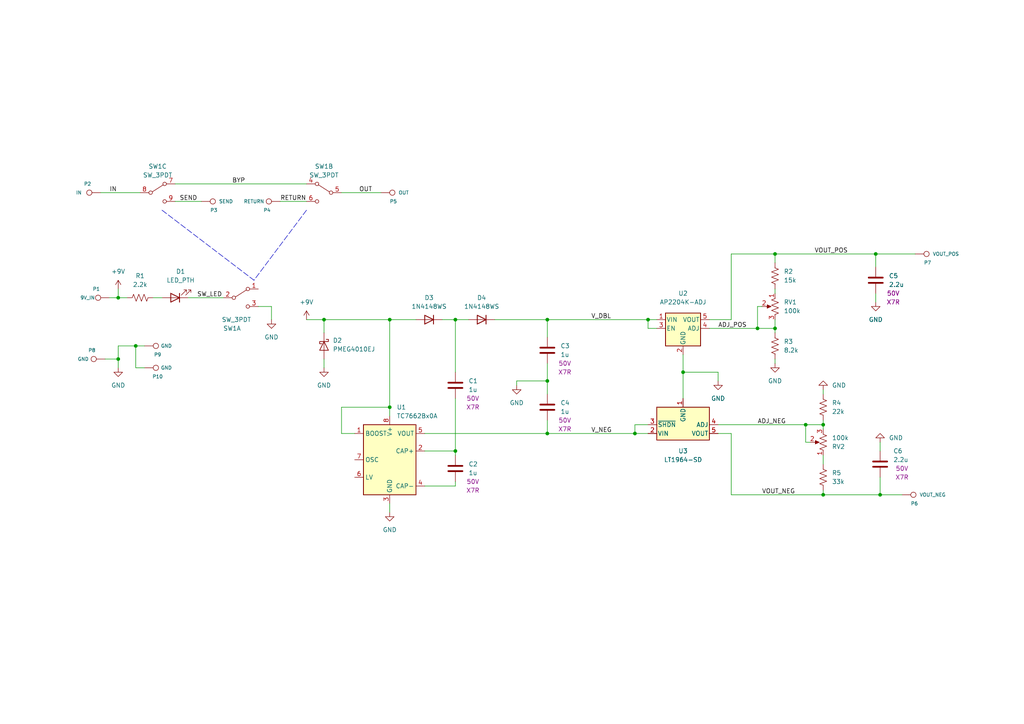
<source format=kicad_sch>
(kicad_sch (version 20211123) (generator eeschema)
  (paper "A4")
  (lib_symbols
    (symbol "BlackBox:LED_PTH" (pin_numbers hide) (pin_names (offset 1.016) hide)
      (property "Reference" "D" (at 0 2.54 0))
      (property "Value" "LED_PTH" (at 0 -2.54 0))
      (symbol "LED_PTH_0_1"
        (polyline (pts (xy -1.27 -1.27) (xy -1.27 1.27)) (stroke (width 0.254)))
        (polyline (pts (xy -1.27 0) (xy 1.27 0)))
        (polyline (pts (xy 1.27 -1.27) (xy 1.27 1.27) (xy -1.27 0) (xy 1.27 -1.27)) (stroke (width 0.254)))
        (polyline (pts (xy -3.048 -0.762) (xy -4.572 -2.286) (xy -3.81 -2.286) (xy -4.572 -2.286) (xy -4.572 -1.524)))
        (polyline (pts (xy -1.778 -0.762) (xy -3.302 -2.286) (xy -2.54 -2.286) (xy -3.302 -2.286) (xy -3.302 -1.524)))
      )
      (symbol "LED_PTH_1_1"
        (pin passive line (at -3.81 0 0) (length 2.54) (name "K") (number "1"))
        (pin passive line (at 3.81 0 180) (length 2.54) (name "A") (number "2"))
      )
    )
    (symbol "BlackBox:SW_3PDT" (pin_names (offset 0) hide)
      (property "Reference" "SW" (at 0 4.318 0))
      (property "Value" "SW_3PDT" (at 0 -5.08 0))
      (symbol "SW_3PDT_0_0"
        (circle (center -2.032 0) (radius 0.508))
        (circle (center 2.032 -2.54) (radius 0.508))
      )
      (symbol "SW_3PDT_0_1"
        (polyline (pts (xy -1.524 0.254) (xy 1.651 2.286)))
        (circle (center 2.032 2.54) (radius 0.508))
      )
      (symbol "SW_3PDT_1_1"
        (pin passive line (at 5.08 2.54 180) (length 2.54) (name "A") (number "1"))
        (pin passive line (at -5.08 0 0) (length 2.54) (name "B") (number "2"))
        (pin passive line (at 5.08 -2.54 180) (length 2.54) (name "C") (number "3"))
      )
      (symbol "SW_3PDT_2_1"
        (pin passive line (at 5.08 2.54 180) (length 2.54) (name "A") (number "4"))
        (pin passive line (at -5.08 0 0) (length 2.54) (name "B") (number "5"))
        (pin passive line (at 5.08 -2.54 180) (length 2.54) (name "C") (number "6"))
      )
      (symbol "SW_3PDT_3_1"
        (pin passive line (at 5.08 2.54 180) (length 2.54) (name "A") (number "7"))
        (pin passive line (at -5.08 0 0) (length 2.54) (name "B") (number "8"))
        (pin passive line (at 5.08 -2.54 180) (length 2.54) (name "C") (number "9"))
      )
    )
    (symbol "BlackBox:WirePad_22AWG" (pin_numbers hide) (pin_names (offset 0.762) hide)
      (property "Reference" "P" (at -3.81 2.54 0))
      (property "Value" "WirePad_22AWG" (at -11.43 0 0))
      (symbol "WirePad_22AWG_0_1"
        (circle (center -3.302 0) (radius 0.762))
      )
      (symbol "WirePad_22AWG_1_1"
        (pin passive line (at 0 0 180) (length 2.54) (name "1") (number "1"))
      )
    )
    (symbol "Converter_DCDC:TC7662Bx0A"
      (property "Reference" "U" (at -6.35 11.43 0))
      (property "Value" "TC7662Bx0A" (at 7.62 11.43 0))
      (symbol "TC7662Bx0A_0_1"
        (rectangle (start -7.62 10.16) (end 7.62 -10.16) (stroke (width 0.254)) (fill (type background)))
      )
      (symbol "TC7662Bx0A_1_1"
        (pin input line (at -10.16 7.62 0) (length 2.54) (name "BOOST") (number "1"))
        (pin passive line (at 10.16 2.54 180) (length 2.54) (name "CAP+") (number "2"))
        (pin power_in line (at 0 -12.7 90) (length 2.54) (name "GND") (number "3"))
        (pin passive line (at 10.16 -7.62 180) (length 2.54) (name "CAP-") (number "4"))
        (pin power_out line (at 10.16 7.62 180) (length 2.54) (name "VOUT") (number "5"))
        (pin input line (at -10.16 -5.08 0) (length 2.54) (name "LV") (number "6"))
        (pin passive line (at -10.16 0 0) (length 2.54) (name "OSC") (number "7"))
        (pin power_in line (at 0 12.7 270) (length 2.54) (name "V+") (number "8"))
      )
    )
    (symbol "Device:C" (pin_numbers hide) (pin_names (offset 0.254))
      (property "Reference" "C" (at 0.635 2.54 0))
      (property "Value" "C" (at 0.635 -2.54 0))
      (symbol "C_0_1"
        (polyline (pts (xy -2.032 -0.762) (xy 2.032 -0.762)) (stroke (width 0.508)))
        (polyline (pts (xy -2.032 0.762) (xy 2.032 0.762)) (stroke (width 0.508)))
      )
      (symbol "C_1_1"
        (pin passive line (at 0 3.81 270) (length 2.794) (name "~") (number "1"))
        (pin passive line (at 0 -3.81 90) (length 2.794) (name "~") (number "2"))
      )
    )
    (symbol "Device:R_Potentiometer_US" (pin_names (offset 1.016) hide)
      (property "Reference" "RV" (at -4.445 0 90))
      (property "Value" "R_Potentiometer_US" (at -2.54 0 90))
      (symbol "R_Potentiometer_US_0_1"
        (polyline (pts (xy 0 -2.286) (xy 0 -2.54)))
        (polyline (pts (xy 0 2.54) (xy 0 2.286)))
        (polyline (pts (xy 2.54 0) (xy 1.524 0)))
        (polyline (pts (xy 1.143 0) (xy 2.286 0.508) (xy 2.286 -0.508) (xy 1.143 0)) (fill (type outline)))
        (polyline (pts (xy 0 -0.762) (xy 1.016 -1.143) (xy 0 -1.524) (xy -1.016 -1.905) (xy 0 -2.286)))
        (polyline (pts (xy 0 0.762) (xy 1.016 0.381) (xy 0 0) (xy -1.016 -0.381) (xy 0 -0.762)))
        (polyline (pts (xy 0 2.286) (xy 1.016 1.905) (xy 0 1.524) (xy -1.016 1.143) (xy 0 0.762)))
      )
      (symbol "R_Potentiometer_US_1_1"
        (pin passive line (at 0 3.81 270) (length 1.27) (name "1") (number "1"))
        (pin passive line (at 3.81 0 180) (length 1.27) (name "2") (number "2"))
        (pin passive line (at 0 -3.81 90) (length 1.27) (name "3") (number "3"))
      )
    )
    (symbol "Device:R_US" (pin_numbers hide) (pin_names (offset 0))
      (property "Reference" "R" (at 2.54 0 90))
      (property "Value" "R_US" (at -2.54 0 90))
      (symbol "R_US_0_1"
        (polyline (pts (xy 0 -2.286) (xy 0 -2.54)))
        (polyline (pts (xy 0 2.286) (xy 0 2.54)))
        (polyline (pts (xy 0 -0.762) (xy 1.016 -1.143) (xy 0 -1.524) (xy -1.016 -1.905) (xy 0 -2.286)))
        (polyline (pts (xy 0 0.762) (xy 1.016 0.381) (xy 0 0) (xy -1.016 -0.381) (xy 0 -0.762)))
        (polyline (pts (xy 0 2.286) (xy 1.016 1.905) (xy 0 1.524) (xy -1.016 1.143) (xy 0 0.762)))
      )
      (symbol "R_US_1_1"
        (pin passive line (at 0 3.81 270) (length 1.27) (name "~") (number "1"))
        (pin passive line (at 0 -3.81 90) (length 1.27) (name "~") (number "2"))
      )
    )
    (symbol "Diode:1N4148WS" (pin_numbers hide) (pin_names (offset 1.016) hide)
      (property "Reference" "D" (at 0 2.54 0))
      (property "Value" "1N4148WS" (at 0 -2.54 0))
      (symbol "1N4148WS_0_1"
        (polyline (pts (xy -1.27 1.27) (xy -1.27 -1.27)) (stroke (width 0.254)))
        (polyline (pts (xy 1.27 0) (xy -1.27 0)))
        (polyline (pts (xy 1.27 1.27) (xy 1.27 -1.27) (xy -1.27 0) (xy 1.27 1.27)) (stroke (width 0.254)))
      )
      (symbol "1N4148WS_1_1"
        (pin passive line (at -3.81 0 0) (length 2.54) (name "K") (number "1"))
        (pin passive line (at 3.81 0 180) (length 2.54) (name "A") (number "2"))
      )
    )
    (symbol "Diode:PMEG4010EJ" (pin_numbers hide) (pin_names hide)
      (property "Reference" "D" (at 0 2.54 0))
      (property "Value" "PMEG4010EJ" (at 0 -2.54 0))
      (symbol "PMEG4010EJ_0_1"
        (polyline (pts (xy 1.27 0) (xy -1.27 0)))
        (polyline (pts (xy 1.27 1.27) (xy 1.27 -1.27) (xy -1.27 0) (xy 1.27 1.27)) (stroke (width 0.2032)))
        (polyline (pts (xy -1.905 0.635) (xy -1.905 1.27) (xy -1.27 1.27) (xy -1.27 -1.27) (xy -0.635 -1.27) (xy -0.635 -0.635)) (stroke (width 0.2032)))
      )
      (symbol "PMEG4010EJ_1_1"
        (pin passive line (at -3.81 0 0) (length 2.54) (name "K") (number "1"))
        (pin passive line (at 3.81 0 180) (length 2.54) (name "A") (number "2"))
      )
    )
    (symbol "Regulator_Linear:AP2204K-ADJ" (pin_names (offset 0.254))
      (property "Reference" "U" (at -5.08 5.715 0))
      (property "Value" "AP2204K-ADJ" (at 0 5.715 0))
      (symbol "AP2204K-ADJ_0_1"
        (rectangle (start -5.08 4.445) (end 5.08 -5.08) (stroke (width 0.254)) (fill (type background)))
      )
      (symbol "AP2204K-ADJ_1_1"
        (pin power_in line (at -7.62 2.54 0) (length 2.54) (name "VIN") (number "1"))
        (pin power_in line (at 0 -7.62 90) (length 2.54) (name "GND") (number "2"))
        (pin input line (at -7.62 0 0) (length 2.54) (name "EN") (number "3"))
        (pin input line (at 7.62 0 180) (length 2.54) (name "ADJ") (number "4"))
        (pin power_out line (at 7.62 2.54 180) (length 2.54) (name "VOUT") (number "5"))
      )
    )
    (symbol "Regulator_Linear:LT1964-SD" (pin_names (offset 0.254))
      (property "Reference" "U" (at -6.35 -5.715 0))
      (property "Value" "LT1964-SD" (at 0 -5.715 0))
      (symbol "LT1964-SD_0_1"
        (rectangle (start -7.62 5.08) (end 7.62 -4.445) (stroke (width 0.254)) (fill (type background)))
      )
      (symbol "LT1964-SD_1_1"
        (pin power_in line (at 0 7.62 270) (length 2.54) (name "GND") (number "1"))
        (pin power_in line (at -10.16 -2.54 0) (length 2.54) (name "VIN") (number "2"))
        (pin input line (at -10.16 0 0) (length 2.54) (name "~{SHDN}") (number "3"))
        (pin input line (at 10.16 0 180) (length 2.54) (name "ADJ") (number "4"))
        (pin power_out line (at 10.16 -2.54 180) (length 2.54) (name "VOUT") (number "5"))
      )
    )
    (symbol "SW_3PDT_1" (pin_names (offset 0) hide)
      (property "Reference" "SW" (at 0 4.318 0))
      (property "Value" "SW_3PDT_1" (at 0 -5.08 0))
      (symbol "SW_3PDT_1_0_0"
        (circle (center -2.032 0) (radius 0.508))
        (circle (center 2.032 -2.54) (radius 0.508))
      )
      (symbol "SW_3PDT_1_0_1"
        (polyline (pts (xy -1.524 0.254) (xy 1.651 2.286)))
        (circle (center 2.032 2.54) (radius 0.508))
      )
      (symbol "SW_3PDT_1_1_1"
        (pin passive line (at 5.08 2.54 180) (length 2.54) (name "A") (number "1"))
        (pin passive line (at -5.08 0 0) (length 2.54) (name "B") (number "2"))
        (pin passive line (at 5.08 -2.54 180) (length 2.54) (name "C") (number "3"))
      )
      (symbol "SW_3PDT_1_2_1"
        (pin passive line (at 5.08 2.54 180) (length 2.54) (name "A") (number "4"))
        (pin passive line (at -5.08 0 0) (length 2.54) (name "B") (number "5"))
        (pin passive line (at 5.08 -2.54 180) (length 2.54) (name "C") (number "6"))
      )
      (symbol "SW_3PDT_1_3_1"
        (pin passive line (at 5.08 2.54 180) (length 2.54) (name "A") (number "7"))
        (pin passive line (at -5.08 0 0) (length 2.54) (name "B") (number "8"))
        (pin passive line (at 5.08 -2.54 180) (length 2.54) (name "C") (number "9"))
      )
    )
    (symbol "SW_3PDT_2" (pin_names (offset 0) hide)
      (property "Reference" "SW" (at 0 4.318 0))
      (property "Value" "SW_3PDT_2" (at 0 -5.08 0))
      (symbol "SW_3PDT_2_0_0"
        (circle (center -2.032 0) (radius 0.508))
        (circle (center 2.032 -2.54) (radius 0.508))
      )
      (symbol "SW_3PDT_2_0_1"
        (polyline (pts (xy -1.524 0.254) (xy 1.651 2.286)))
        (circle (center 2.032 2.54) (radius 0.508))
      )
      (symbol "SW_3PDT_2_1_1"
        (pin passive line (at 5.08 2.54 180) (length 2.54) (name "A") (number "1"))
        (pin passive line (at -5.08 0 0) (length 2.54) (name "B") (number "2"))
        (pin passive line (at 5.08 -2.54 180) (length 2.54) (name "C") (number "3"))
      )
      (symbol "SW_3PDT_2_2_1"
        (pin passive line (at 5.08 2.54 180) (length 2.54) (name "A") (number "4"))
        (pin passive line (at -5.08 0 0) (length 2.54) (name "B") (number "5"))
        (pin passive line (at 5.08 -2.54 180) (length 2.54) (name "C") (number "6"))
      )
      (symbol "SW_3PDT_2_3_1"
        (pin passive line (at 5.08 2.54 180) (length 2.54) (name "A") (number "7"))
        (pin passive line (at -5.08 0 0) (length 2.54) (name "B") (number "8"))
        (pin passive line (at 5.08 -2.54 180) (length 2.54) (name "C") (number "9"))
      )
    )
    (symbol "WirePad_22AWG_1" (pin_numbers hide) (pin_names (offset 0.762) hide)
      (property "Reference" "P" (at -3.81 2.54 0))
      (property "Value" "WirePad_22AWG_1" (at -11.43 0 0))
      (symbol "WirePad_22AWG_1_0_1"
        (circle (center -3.302 0) (radius 0.762))
      )
      (symbol "WirePad_22AWG_1_1_1"
        (pin passive line (at 0 0 180) (length 2.54) (name "1") (number "1"))
      )
    )
    (symbol "WirePad_22AWG_2" (pin_numbers hide) (pin_names (offset 0.762) hide)
      (property "Reference" "P" (at -3.81 2.54 0))
      (property "Value" "WirePad_22AWG_2" (at -11.43 0 0))
      (symbol "WirePad_22AWG_2_0_1"
        (circle (center -3.302 0) (radius 0.762))
      )
      (symbol "WirePad_22AWG_2_1_1"
        (pin passive line (at 0 0 180) (length 2.54) (name "1") (number "1"))
      )
    )
    (symbol "WirePad_22AWG_3" (pin_numbers hide) (pin_names (offset 0.762) hide)
      (property "Reference" "P" (at -3.81 2.54 0))
      (property "Value" "WirePad_22AWG_3" (at -11.43 0 0))
      (symbol "WirePad_22AWG_3_0_1"
        (circle (center -3.302 0) (radius 0.762))
      )
      (symbol "WirePad_22AWG_3_1_1"
        (pin passive line (at 0 0 180) (length 2.54) (name "1") (number "1"))
      )
    )
    (symbol "WirePad_22AWG_4" (pin_numbers hide) (pin_names (offset 0.762) hide)
      (property "Reference" "P" (at -3.81 2.54 0))
      (property "Value" "WirePad_22AWG_4" (at -11.43 0 0))
      (symbol "WirePad_22AWG_4_0_1"
        (circle (center -3.302 0) (radius 0.762))
      )
      (symbol "WirePad_22AWG_4_1_1"
        (pin passive line (at 0 0 180) (length 2.54) (name "1") (number "1"))
      )
    )
    (symbol "WirePad_22AWG_5" (pin_numbers hide) (pin_names (offset 0.762) hide)
      (property "Reference" "P" (at -3.81 2.54 0))
      (property "Value" "WirePad_22AWG_5" (at -11.43 0 0))
      (symbol "WirePad_22AWG_5_0_1"
        (circle (center -3.302 0) (radius 0.762))
      )
      (symbol "WirePad_22AWG_5_1_1"
        (pin passive line (at 0 0 180) (length 2.54) (name "1") (number "1"))
      )
    )
    (symbol "WirePad_22AWG_6" (pin_numbers hide) (pin_names (offset 0.762) hide)
      (property "Reference" "P" (at -3.81 2.54 0))
      (property "Value" "WirePad_22AWG_6" (at -11.43 0 0))
      (symbol "WirePad_22AWG_6_0_1"
        (circle (center -3.302 0) (radius 0.762))
      )
      (symbol "WirePad_22AWG_6_1_1"
        (pin passive line (at 0 0 180) (length 2.54) (name "1") (number "1"))
      )
    )
    (symbol "power:+9V" (power) (pin_names (offset 0))
      (property "Value" "+9V" (at 0 3.556 0))
      (symbol "+9V_0_1"
        (polyline (pts (xy -0.762 1.27) (xy 0 2.54)))
        (polyline (pts (xy 0 0) (xy 0 2.54)))
        (polyline (pts (xy 0 2.54) (xy 0.762 1.27)))
      )
      (symbol "+9V_1_1"
        (pin power_in line (at 0 0 90) (length 0) hide (name "+9V") (number "1"))
      )
    )
    (symbol "power:GND" (power) (pin_names (offset 0))
      (property "Value" "GND" (at 0 -3.81 0))
      (symbol "GND_0_1"
        (polyline (pts (xy 0 0) (xy 0 -1.27) (xy 1.27 -1.27) (xy 0 -2.54) (xy -1.27 -1.27) (xy 0 -1.27)))
      )
      (symbol "GND_1_1"
        (pin power_in line (at 0 0 270) (length 0) hide (name "GND") (number "1"))
      )
    )
  )
  (junction (at 233.68 123.19))
  (junction (at 224.79 95.25))
  (junction (at 224.79 73.66))
  (junction (at 158.75 92.71))
  (junction (at 132.08 92.71))
  (junction (at 238.76 143.51))
  (junction (at 184.15 125.73))
  (junction (at 132.08 130.81))
  (junction (at 34.29 86.36))
  (junction (at 34.29 104.14))
  (junction (at 158.75 125.73))
  (junction (at 198.12 107.95))
  (junction (at 93.98 92.71))
  (junction (at 238.76 123.19))
  (junction (at 187.96 92.71))
  (junction (at 158.75 110.49))
  (junction (at 113.03 118.11))
  (junction (at 113.03 92.71))
  (junction (at 39.37 100.33))
  (junction (at 255.27 143.51))
  (junction (at 254 73.66))
  (junction (at 219.71 95.25))
  (wire (pts (xy 132.08 115.57) (xy 132.08 130.81)))
  (wire (pts (xy 212.09 125.73) (xy 208.28 125.73)))
  (wire (pts (xy 205.74 95.25) (xy 219.71 95.25)))
  (wire (pts (xy 224.79 95.25) (xy 224.79 96.52)))
  (wire (pts (xy 120.65 92.71) (xy 113.03 92.71)))
  (wire (pts (xy 224.79 92.71) (xy 224.79 95.25)))
  (wire (pts (xy 254 73.66) (xy 265.43 73.66)))
  (wire (pts (xy 255.27 128.27) (xy 255.27 130.81)))
  (wire (pts (xy 238.76 123.19) (xy 238.76 121.92)))
  (wire (pts (xy 198.12 107.95) (xy 198.12 115.57)))
  (wire (pts (xy 208.28 110.49) (xy 208.28 107.95)))
  (polyline (pts (xy 46.99 60.96) (xy 73.66 81.28)))
  (wire (pts (xy 212.09 143.51) (xy 212.09 125.73)))
  (wire (pts (xy 99.06 125.73) (xy 99.06 118.11)))
  (wire (pts (xy 34.29 83.82) (xy 34.29 86.36)))
  (wire (pts (xy 219.71 88.9) (xy 219.71 95.25)))
  (wire (pts (xy 102.87 125.73) (xy 99.06 125.73)))
  (wire (pts (xy 123.19 140.97) (xy 132.08 140.97)))
  (wire (pts (xy 132.08 139.7) (xy 132.08 140.97)))
  (wire (pts (xy 29.21 55.88) (xy 40.64 55.88)))
  (wire (pts (xy 81.28 58.42) (xy 88.9 58.42)))
  (wire (pts (xy 50.8 53.34) (xy 88.9 53.34)))
  (wire (pts (xy 39.37 106.68) (xy 39.37 100.33)))
  (wire (pts (xy 132.08 92.71) (xy 135.89 92.71)))
  (wire (pts (xy 233.68 123.19) (xy 238.76 123.19)))
  (wire (pts (xy 128.27 92.71) (xy 132.08 92.71)))
  (wire (pts (xy 238.76 143.51) (xy 212.09 143.51)))
  (wire (pts (xy 187.96 92.71) (xy 190.5 92.71)))
  (wire (pts (xy 220.98 88.9) (xy 219.71 88.9)))
  (wire (pts (xy 158.75 110.49) (xy 158.75 114.3)))
  (wire (pts (xy 238.76 134.62) (xy 238.76 132.08)))
  (wire (pts (xy 254 77.47) (xy 254 73.66)))
  (wire (pts (xy 34.29 106.68) (xy 34.29 104.14)))
  (wire (pts (xy 93.98 92.71) (xy 93.98 96.52)))
  (wire (pts (xy 219.71 95.25) (xy 224.79 95.25)))
  (wire (pts (xy 113.03 118.11) (xy 113.03 120.65)))
  (wire (pts (xy 254 85.09) (xy 254 87.63)))
  (wire (pts (xy 158.75 97.79) (xy 158.75 92.71)))
  (wire (pts (xy 44.45 86.36) (xy 46.99 86.36)))
  (wire (pts (xy 238.76 142.24) (xy 238.76 143.51)))
  (wire (pts (xy 224.79 83.82) (xy 224.79 85.09)))
  (wire (pts (xy 93.98 104.14) (xy 93.98 106.68)))
  (wire (pts (xy 34.29 100.33) (xy 34.29 104.14)))
  (wire (pts (xy 224.79 73.66) (xy 212.09 73.66)))
  (wire (pts (xy 224.79 104.14) (xy 224.79 105.41)))
  (wire (pts (xy 39.37 100.33) (xy 34.29 100.33)))
  (wire (pts (xy 132.08 132.08) (xy 132.08 130.81)))
  (wire (pts (xy 123.19 125.73) (xy 158.75 125.73)))
  (wire (pts (xy 187.96 95.25) (xy 187.96 92.71)))
  (wire (pts (xy 238.76 143.51) (xy 255.27 143.51)))
  (wire (pts (xy 123.19 130.81) (xy 132.08 130.81)))
  (polyline (pts (xy 88.9 60.96) (xy 73.66 81.28)))
  (wire (pts (xy 212.09 73.66) (xy 212.09 92.71)))
  (wire (pts (xy 78.74 88.9) (xy 74.93 88.9)))
  (wire (pts (xy 208.28 123.19) (xy 233.68 123.19)))
  (wire (pts (xy 78.74 92.71) (xy 78.74 88.9)))
  (wire (pts (xy 212.09 92.71) (xy 205.74 92.71)))
  (wire (pts (xy 184.15 123.19) (xy 184.15 125.73)))
  (wire (pts (xy 31.75 86.36) (xy 34.29 86.36)))
  (wire (pts (xy 99.06 118.11) (xy 113.03 118.11)))
  (wire (pts (xy 198.12 102.87) (xy 198.12 107.95)))
  (wire (pts (xy 238.76 124.46) (xy 238.76 123.19)))
  (wire (pts (xy 254 73.66) (xy 224.79 73.66)))
  (wire (pts (xy 158.75 92.71) (xy 187.96 92.71)))
  (wire (pts (xy 255.27 143.51) (xy 261.62 143.51)))
  (wire (pts (xy 198.12 107.95) (xy 208.28 107.95)))
  (wire (pts (xy 149.86 110.49) (xy 158.75 110.49)))
  (wire (pts (xy 158.75 121.92) (xy 158.75 125.73)))
  (wire (pts (xy 187.96 123.19) (xy 184.15 123.19)))
  (wire (pts (xy 158.75 105.41) (xy 158.75 110.49)))
  (wire (pts (xy 113.03 92.71) (xy 113.03 118.11)))
  (wire (pts (xy 158.75 125.73) (xy 184.15 125.73)))
  (wire (pts (xy 50.8 58.42) (xy 58.42 58.42)))
  (wire (pts (xy 41.91 106.68) (xy 39.37 106.68)))
  (wire (pts (xy 41.91 100.33) (xy 39.37 100.33)))
  (wire (pts (xy 54.61 86.36) (xy 64.77 86.36)))
  (wire (pts (xy 184.15 125.73) (xy 187.96 125.73)))
  (wire (pts (xy 113.03 146.05) (xy 113.03 148.59)))
  (wire (pts (xy 190.5 95.25) (xy 187.96 95.25)))
  (wire (pts (xy 233.68 128.27) (xy 233.68 123.19)))
  (wire (pts (xy 132.08 92.71) (xy 132.08 107.95)))
  (wire (pts (xy 34.29 104.14) (xy 30.48 104.14)))
  (wire (pts (xy 88.9 92.71) (xy 93.98 92.71)))
  (wire (pts (xy 255.27 138.43) (xy 255.27 143.51)))
  (wire (pts (xy 99.06 55.88) (xy 110.49 55.88)))
  (wire (pts (xy 34.29 86.36) (xy 36.83 86.36)))
  (wire (pts (xy 93.98 92.71) (xy 113.03 92.71)))
  (wire (pts (xy 234.95 128.27) (xy 233.68 128.27)))
  (wire (pts (xy 238.76 114.3) (xy 238.76 113.03)))
  (wire (pts (xy 224.79 73.66) (xy 224.79 76.2)))
  (wire (pts (xy 143.51 92.71) (xy 158.75 92.71)))
  (wire (pts (xy 149.86 111.76) (xy 149.86 110.49)))
  (label "OUT" (at 104.14 55.88 0))
  (label "VOUT_NEG" (at 220.98 143.51 0))
  (label "V_NEG" (at 171.45 125.73 0))
  (label "SW_LED" (at 57.15 86.36 0))
  (label "SEND" (at 52.07 58.42 0))
  (label "ADJ_POS" (at 208.28 95.25 0))
  (label "BYP" (at 67.31 53.34 0))
  (label "RETURN" (at 81.28 58.42 0))
  (label "V_DBL" (at 171.45 92.71 0))
  (label "IN" (at 31.75 55.88 0))
  (label "VOUT_POS" (at 236.22 73.66 0))
  (label "ADJ_NEG" (at 219.71 123.19 0))
  (symbol (lib_id "power:GND") (at 78.74 92.71 0) (unit 1)
    (property "Reference" "#PWR02" (effects hide))
    (property "Value" "GND" (at 78.74 97.79 0))
  )
  (symbol (lib_id "Device:C") (at 132.08 111.76 0) (unit 1)
    (property "Reference" "C1" (at 135.89 110.4899 0) (effects (justify left)))
    (property "Value" "1u" (at 135.89 113.0299 0) (effects (justify left)))
    (property "Footprint" "Capacitor_SMD:C_0805_2012Metric" (effects hide))
    (property "Dielectric" "X7R" (at 137.16 118.11 0))
    (property "Voltage Rating" "50V" (at 137.16 115.57 0))
  )
  (symbol (lib_id "Device:C") (at 254 81.28 0) (unit 1)
    (property "Reference" "C5" (at 257.81 80.0099 0) (effects (justify left)))
    (property "Value" "2.2u" (at 257.81 82.5499 0) (effects (justify left)))
    (property "Footprint" "Capacitor_SMD:C_0805_2012Metric" (effects hide))
    (property "Dielectric" "X7R" (at 259.08 87.63 0))
    (property "Voltage Rating" "50V" (at 259.08 85.09 0))
  )
  (symbol (lib_id "power:GND") (at 149.86 111.76 0) (unit 1)
    (property "Reference" "#PWR05" (effects hide))
    (property "Value" "GND" (at 149.86 116.84 0))
  )
  (symbol (lib_id "BlackBox:SW_3PDT") (at 45.72 55.88 0) (unit 3)
    (property "Reference" "SW1" (at 45.72 48.26 0))
    (property "Value" "SW_3PDT" (at 45.72 50.8 0))
    (property "Footprint" "BlackBox:SW_STOMP_3PDT" (effects hide))
    (property "Datasheet" "https://www.mouser.com/datasheet/2/13/SF17_SF12030F-1155740.pdf" (effects hide))
  )
  (symbol (lib_name "SW_3PDT_2") (lib_id "BlackBox:SW_3PDT") (at 93.98 55.88 0) (mirror y) (unit 2)
    (property "Reference" "SW1" (at 93.98 48.26 0))
    (property "Value" "SW_3PDT" (at 93.98 50.8 0))
    (property "Footprint" "BlackBox:SW_STOMP_3PDT" (effects hide))
    (property "Datasheet" "https://www.mouser.com/datasheet/2/13/SF17_SF12030F-1155740.pdf" (effects hide))
  )
  (symbol (lib_name "WirePad_22AWG_2") (lib_id "BlackBox:WirePad_22AWG") (at 81.28 58.42 0) (unit 1)
    (property "Reference" "P4" (at 77.47 60.96 0) (effects (font (size 1 1))))
    (property "Value" "RETURN" (at 73.66 58.42 0) (effects (font (size 1 1))))
    (property "Footprint" "BlackBox:WirePad_22AWG" (effects hide))
  )
  (symbol (lib_name "WirePad_22AWG_3") (lib_id "BlackBox:WirePad_22AWG") (at 110.49 55.88 180) (unit 1)
    (property "Reference" "P5" (at 113.03 58.42 0) (effects (font (size 1 1)) (justify right)))
    (property "Value" "OUT" (at 115.57 55.88 0) (effects (font (size 1 1)) (justify right)))
    (property "Footprint" "BlackBox:WirePad_22AWG" (effects hide))
  )
  (symbol (lib_id "Diode:1N4148WS") (at 124.46 92.71 180) (unit 1)
    (property "Reference" "D3" (at 124.46 86.36 0))
    (property "Value" "1N4148WS" (at 124.46 88.9 0))
    (property "Footprint" "Diode_SMD:D_SOD-323" (effects hide))
    (property "Datasheet" "https://www.vishay.com/docs/85751/1n4148ws.pdf" (effects hide))
  )
  (symbol (lib_id "power:GND") (at 208.28 110.49 0) (unit 1)
    (property "Reference" "#PWR06" (effects hide))
    (property "Value" "GND" (at 208.28 115.57 0))
  )
  (symbol (lib_id "Device:R_US") (at 238.76 118.11 0) (unit 1)
    (property "Reference" "R4" (at 241.3 116.8399 0) (effects (justify left)))
    (property "Value" "22k" (at 241.3 119.3799 0) (effects (justify left)))
    (property "Footprint" "Resistor_SMD:R_0603_1608Metric" (effects hide))
  )
  (symbol (lib_id "Device:R_US") (at 238.76 138.43 0) (unit 1)
    (property "Reference" "R5" (at 241.3 137.1599 0) (effects (justify left)))
    (property "Value" "33k" (at 241.3 139.6999 0) (effects (justify left)))
    (property "Footprint" "Resistor_SMD:R_0603_1608Metric" (effects hide))
  )
  (symbol (lib_id "Converter_DCDC:TC7662Bx0A") (at 113.03 133.35 0) (unit 1)
    (property "Reference" "U1" (at 115.0494 118.11 0) (effects (justify left)))
    (property "Value" "TC7662Bx0A" (at 115.0494 120.65 0) (effects (justify left)))
    (property "Footprint" "Package_SO:SOIC-8_3.9x4.9mm_P1.27mm" (effects hide))
    (property "Datasheet" "http://ww1.microchip.com/downloads/en/DeviceDoc/21469a.pdf" (effects hide))
  )
  (symbol (lib_id "BlackBox:LED_PTH") (at 50.8 86.36 180) (unit 1)
    (property "Reference" "D1" (at 52.3875 78.74 0))
    (property "Value" "LED_PTH" (at 52.3875 81.28 0))
    (property "Footprint" "LED_THT:LED_D5.0mm" (effects hide))
  )
  (symbol (lib_name "WirePad_22AWG_4") (lib_id "BlackBox:WirePad_22AWG") (at 31.75 86.36 0) (unit 1)
    (property "Reference" "P1" (at 27.94 83.82 0) (effects (font (size 1 1))))
    (property "Value" "9V_IN" (at 25.4 86.36 0) (effects (font (size 1 1))))
    (property "Footprint" "BlackBox:WirePad_22AWG" (effects hide))
  )
  (symbol (lib_name "WirePad_22AWG_4") (lib_id "BlackBox:WirePad_22AWG") (at 41.91 100.33 180) (unit 1)
    (property "Reference" "P9" (at 45.72 102.87 0) (effects (font (size 1 1))))
    (property "Value" "GND" (at 48.26 100.33 0) (effects (font (size 1 1))))
    (property "Footprint" "BlackBox:WirePad_22AWG" (effects hide))
  )
  (symbol (lib_name "SW_3PDT_1") (lib_id "BlackBox:SW_3PDT") (at 69.85 86.36 0) (unit 1)
    (property "Reference" "SW1" (at 67.31 95.25 0))
    (property "Value" "SW_3PDT" (at 68.58 92.71 0))
    (property "Footprint" "BlackBox:SW_STOMP_3PDT" (effects hide))
    (property "Datasheet" "https://www.mouser.com/datasheet/2/13/SF17_SF12030F-1155740.pdf" (effects hide))
  )
  (symbol (lib_id "Device:R_Potentiometer_US") (at 238.76 128.27 180) (unit 1)
    (property "Reference" "RV2" (at 241.3 129.5401 0) (effects (justify right)))
    (property "Value" "100k" (at 241.3 127.0001 0) (effects (justify right)))
    (property "Footprint" "BlackBox:Potentiometer_Bourns_3386F_Vertical" (effects hide))
  )
  (symbol (lib_id "Diode:1N4148WS") (at 139.7 92.71 180) (unit 1)
    (property "Reference" "D4" (at 139.7 86.36 0))
    (property "Value" "1N4148WS" (at 139.7 88.9 0))
    (property "Footprint" "Diode_SMD:D_SOD-323" (effects hide))
    (property "Datasheet" "https://www.vishay.com/docs/85751/1n4148ws.pdf" (effects hide))
  )
  (symbol (lib_id "power:+9V") (at 34.29 83.82 0) (unit 1)
    (property "Reference" "#PWR01" (effects hide))
    (property "Value" "+9V" (at 34.29 78.74 0))
  )
  (symbol (lib_id "Device:R_US") (at 224.79 80.01 180) (unit 1)
    (property "Reference" "R2" (at 227.33 78.7399 0) (effects (justify right)))
    (property "Value" "15k" (at 227.33 81.2799 0) (effects (justify right)))
    (property "Footprint" "Resistor_SMD:R_0603_1608Metric" (effects hide))
  )
  (symbol (lib_id "power:GND") (at 34.29 106.68 0) (unit 1)
    (property "Reference" "#PWR012" (effects hide))
    (property "Value" "GND" (at 34.29 111.76 0))
  )
  (symbol (lib_id "power:+9V") (at 88.9 92.71 0) (unit 1)
    (property "Reference" "#PWR03" (effects hide))
    (property "Value" "+9V" (at 88.9 87.63 0))
  )
  (symbol (lib_id "Device:C") (at 158.75 118.11 0) (unit 1)
    (property "Reference" "C4" (at 162.56 116.8399 0) (effects (justify left)))
    (property "Value" "1u" (at 162.56 119.3799 0) (effects (justify left)))
    (property "Footprint" "Capacitor_SMD:C_0805_2012Metric" (effects hide))
    (property "Dielectric" "X7R" (at 163.83 124.46 0))
    (property "Voltage Rating" "50V" (at 163.83 121.92 0))
  )
  (symbol (lib_id "Device:R_US") (at 40.64 86.36 90) (unit 1)
    (property "Reference" "R1" (at 40.64 80.01 90))
    (property "Value" "2.2k" (at 40.64 82.55 90))
    (property "Footprint" "Resistor_SMD:R_0603_1608Metric" (effects hide))
  )
  (symbol (lib_id "Regulator_Linear:LT1964-SD") (at 198.12 123.19 0) (unit 1)
    (property "Reference" "U3" (at 198.12 130.81 0))
    (property "Value" "LT1964-SD" (at 198.12 133.35 0))
    (property "Footprint" "Package_TO_SOT_SMD:TSOT-23-5" (effects hide))
    (property "Datasheet" "https://www.analog.com/media/en/technical-documentation/data-sheets/1964fb.pdf" (effects hide))
  )
  (symbol (lib_name "WirePad_22AWG_6") (lib_id "BlackBox:WirePad_22AWG") (at 58.42 58.42 180) (unit 1)
    (property "Reference" "P3" (at 60.96 60.96 0) (effects (font (size 1 1)) (justify right)))
    (property "Value" "SEND" (at 63.5 58.42 0) (effects (font (size 1 1)) (justify right)))
    (property "Footprint" "BlackBox:WirePad_22AWG" (effects hide))
  )
  (symbol (lib_id "Device:C") (at 158.75 101.6 0) (unit 1)
    (property "Reference" "C3" (at 162.56 100.3299 0) (effects (justify left)))
    (property "Value" "1u" (at 162.56 102.8699 0) (effects (justify left)))
    (property "Footprint" "Capacitor_SMD:C_0805_2012Metric" (effects hide))
    (property "Dielectric" "X7R" (at 163.83 107.95 0))
    (property "Voltage Rating" "50V" (at 163.83 105.41 0))
  )
  (symbol (lib_name "WirePad_22AWG_1") (lib_id "BlackBox:WirePad_22AWG") (at 261.62 143.51 180) (unit 1)
    (property "Reference" "P6" (at 264.16 146.05 0) (effects (font (size 1 1)) (justify right)))
    (property "Value" "VOUT_NEG" (at 266.7 143.51 0) (effects (font (size 1 1)) (justify right)))
    (property "Footprint" "BlackBox:WirePad_22AWG" (effects hide))
  )
  (symbol (lib_id "power:GND") (at 254 87.63 0) (unit 1)
    (property "Reference" "#PWR09" (effects hide))
    (property "Value" "GND" (at 254 92.71 0))
  )
  (symbol (lib_id "power:GND") (at 238.76 113.03 180) (unit 1)
    (property "Reference" "#PWR08" (effects hide))
    (property "Value" "GND" (at 241.3 111.76 0) (effects (justify right)))
  )
  (symbol (lib_id "Device:C") (at 255.27 134.62 0) (unit 1)
    (property "Reference" "C6" (at 259.08 130.81 0) (effects (justify left)))
    (property "Value" "2.2u" (at 259.08 133.35 0) (effects (justify left)))
    (property "Footprint" "Capacitor_SMD:C_0805_2012Metric" (effects hide))
    (property "Dielectric" "X7R" (at 261.62 138.43 0))
    (property "Voltage Rating" "50V" (at 261.62 135.89 0))
  )
  (symbol (lib_id "Regulator_Linear:AP2204K-ADJ") (at 198.12 95.25 0) (unit 1)
    (property "Reference" "U2" (at 198.12 85.09 0))
    (property "Value" "AP2204K-ADJ" (at 198.12 87.63 0))
    (property "Footprint" "Package_TO_SOT_SMD:SOT-23-5" (effects hide))
    (property "Datasheet" "https://www.diodes.com/assets/Datasheets/AP2204.pdf" (effects hide))
  )
  (symbol (lib_id "power:GND") (at 255.27 128.27 180) (unit 1)
    (property "Reference" "#PWR010" (effects hide))
    (property "Value" "GND" (at 257.81 126.9999 0) (effects (justify right)))
  )
  (symbol (lib_id "Device:C") (at 132.08 135.89 0) (unit 1)
    (property "Reference" "C2" (at 135.89 134.6199 0) (effects (justify left)))
    (property "Value" "1u" (at 135.89 137.1599 0) (effects (justify left)))
    (property "Footprint" "Capacitor_SMD:C_0805_2012Metric" (effects hide))
    (property "Dielectric" "X7R" (at 137.16 142.24 0))
    (property "Voltage Rating" "50V" (at 137.16 139.7 0))
  )
  (symbol (lib_id "Diode:PMEG4010EJ") (at 93.98 100.33 270) (unit 1)
    (property "Reference" "D2" (at 96.52 98.7424 90) (effects (justify left)))
    (property "Value" "PMEG4010EJ" (at 96.52 101.2824 90) (effects (justify left)))
    (property "Footprint" "Diode_SMD:D_SOD-323F" (effects hide))
    (property "Datasheet" "https://assets.nexperia.com/documents/data-sheet/PMEG4010EH_EJ_ET.pdf" (effects hide))
  )
  (symbol (lib_id "power:GND") (at 113.03 148.59 0) (unit 1)
    (property "Reference" "#PWR04" (effects hide))
    (property "Value" "GND" (at 113.03 153.67 0))
  )
  (symbol (lib_id "power:GND") (at 224.79 105.41 0) (unit 1)
    (property "Reference" "#PWR07" (effects hide))
    (property "Value" "GND" (at 224.79 110.49 0))
  )
  (symbol (lib_id "power:GND") (at 93.98 106.68 0) (unit 1)
    (property "Reference" "#PWR011" (effects hide))
    (property "Value" "GND" (at 93.98 111.76 0))
  )
  (symbol (lib_id "Device:R_Potentiometer_US") (at 224.79 88.9 0) (mirror y) (unit 1)
    (property "Reference" "RV1" (at 227.33 87.6299 0) (effects (justify right)))
    (property "Value" "100k" (at 227.33 90.1699 0) (effects (justify right)))
    (property "Footprint" "BlackBox:Potentiometer_Bourns_3386F_Vertical" (effects hide))
  )
  (symbol (lib_name "WirePad_22AWG_4") (lib_id "BlackBox:WirePad_22AWG") (at 41.91 106.68 180) (unit 1)
    (property "Reference" "P10" (at 45.72 109.22 0) (effects (font (size 1 1))))
    (property "Value" "GND" (at 48.26 106.68 0) (effects (font (size 1 1))))
    (property "Footprint" "BlackBox:WirePad_22AWG" (effects hide))
  )
  (symbol (lib_id "Device:R_US") (at 224.79 100.33 180) (unit 1)
    (property "Reference" "R3" (at 227.33 99.0599 0) (effects (justify right)))
    (property "Value" "8.2k" (at 227.33 101.5999 0) (effects (justify right)))
    (property "Footprint" "Resistor_SMD:R_0603_1608Metric" (effects hide))
  )
  (symbol (lib_id "BlackBox:WirePad_22AWG") (at 265.43 73.66 180) (unit 1)
    (property "Reference" "P7" (at 267.97 76.2 0) (effects (font (size 1 1)) (justify right)))
    (property "Value" "VOUT_POS" (at 270.51 73.66 0) (effects (font (size 1 1)) (justify right)))
    (property "Footprint" "BlackBox:WirePad_22AWG" (effects hide))
  )
  (symbol (lib_name "WirePad_22AWG_4") (lib_id "BlackBox:WirePad_22AWG") (at 30.48 104.14 0) (unit 1)
    (property "Reference" "P8" (at 26.67 101.6 0) (effects (font (size 1 1))))
    (property "Value" "GND" (at 24.13 104.14 0) (effects (font (size 1 1))))
    (property "Footprint" "BlackBox:WirePad_22AWG" (effects hide))
  )
  (symbol (lib_name "WirePad_22AWG_5") (lib_id "BlackBox:WirePad_22AWG") (at 29.21 55.88 0) (unit 1)
    (property "Reference" "P2" (at 25.4 53.34 0) (effects (font (size 1 1))))
    (property "Value" "IN" (at 22.86 55.88 0) (effects (font (size 1 1))))
    (property "Footprint" "BlackBox:WirePad_22AWG" (effects hide))
  )
)
</source>
